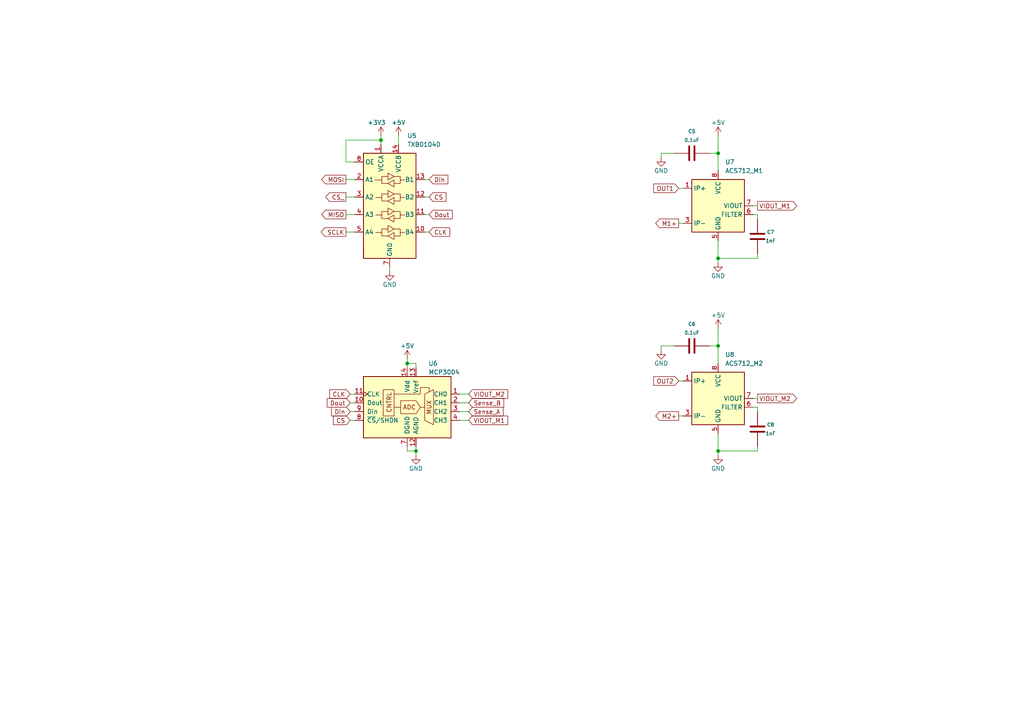
<source format=kicad_sch>
(kicad_sch (version 20211123) (generator eeschema)
  (paper "A4")
  (lib_symbols
    (symbol "Analog_ADC:MCP3004" (pin_names (offset 1.016))
      (property "Reference" "U" (at -11.43 8.89 0))
      (property "Value" "MCP3004" (at 10.16 8.89 0))
      (symbol "MCP3004_0_0"
        (text "ADC" (at -0.635 -1.27 0) (effects (font (size 1.27 1.27))))
        (text "CNTRL" (at 5.969 -2.921 900) (effects (font (size 1.27 1.27)) (justify left bottom)))
        (text "MUX" (at -6.35 -1.27 900) (effects (font (size 1.27 1.27))))
      )
      (symbol "MCP3004_0_1"
        (polyline (pts (xy -5.08 -1.27) (xy -3.81 -1.27)))
        (polyline (pts (xy 1.905 -1.27) (xy 3.81 -1.27)))
        (polyline (pts (xy -7.62 3.81) (xy -7.62 -6.35) (xy -5.08 -5.08) (xy -5.08 2.54) (xy -7.62 3.81)))
        (polyline (pts (xy 3.81 2.54) (xy -3.81 2.54) (xy -3.81 4.445) (xy -6.35 4.445) (xy -6.35 3.175)))
        (polyline (pts (xy -3.81 -1.27) (xy -2.54 0.635) (xy 1.905 0.635) (xy 1.905 -3.175) (xy -2.54 -3.175) (xy -3.81 -1.27)))
        (rectangle (start 3.81 -3.81) (end 6.985 3.81))
        (rectangle (start 12.7 7.62) (end -12.7 -10.16) (stroke (width 0.254)) (fill (type background)))
      )
      (symbol "MCP3004_1_1"
        (pin input line (at -15.24 2.54 0) (length 2.54) (name "CH0") (number "1"))
        (pin output line (at 15.24 0 180) (length 2.54) (name "Dout") (number "10"))
        (pin input clock (at 15.24 2.54 180) (length 2.54) (name "CLK") (number "11"))
        (pin power_in line (at -2.54 -12.7 90) (length 2.54) (name "AGND") (number "12"))
        (pin power_in line (at -2.54 10.16 270) (length 2.54) (name "Vref") (number "13"))
        (pin power_in line (at 0 10.16 270) (length 2.54) (name "Vdd") (number "14"))
        (pin input line (at -15.24 0 0) (length 2.54) (name "CH1") (number "2"))
        (pin input line (at -15.24 -2.54 0) (length 2.54) (name "CH2") (number "3"))
        (pin input line (at -15.24 -5.08 0) (length 2.54) (name "CH3") (number "4"))
        (pin no_connect line (at -15.24 5.08 0) (length 2.54) hide (name "NC") (number "5"))
        (pin no_connect line (at -15.24 -7.62 0) (length 2.54) hide (name "NC") (number "6"))
        (pin power_in line (at 0 -12.7 90) (length 2.54) (name "DGND") (number "7"))
        (pin input line (at 15.24 -5.08 180) (length 2.54) (name "~{CS}/SHDN") (number "8"))
        (pin input line (at 15.24 -2.54 180) (length 2.54) (name "Din") (number "9"))
      )
    )
    (symbol "Logic_LevelTranslator:TXB0104D"
      (property "Reference" "U" (at -6.35 16.51 0))
      (property "Value" "TXB0104D" (at 3.81 16.51 0))
      (symbol "TXB0104D_0_1"
        (rectangle (start -7.62 -15.24) (end -7.62 -12.7) (stroke (width 0.254)))
        (rectangle (start -7.62 15.24) (end 7.62 -15.24) (stroke (width 0.254)) (fill (type background)))
        (polyline (pts (xy -2.286 -7.747) (xy -2.286 -6.731) (xy -0.508 -6.731)))
        (polyline (pts (xy -2.286 -2.667) (xy -2.286 -1.651) (xy -0.508 -1.651)))
        (polyline (pts (xy -2.286 2.413) (xy -2.286 3.429) (xy -0.508 3.429)))
        (polyline (pts (xy -2.286 7.493) (xy -2.286 8.509) (xy -0.508 8.509)))
        (polyline (pts (xy 3.048 -7.747) (xy 3.048 -8.763) (xy 1.27 -8.763)))
        (polyline (pts (xy 3.048 -2.667) (xy 3.048 -3.683) (xy 1.27 -3.683)))
        (polyline (pts (xy 3.048 2.413) (xy 3.048 1.397) (xy 1.27 1.397)))
        (polyline (pts (xy 3.048 7.493) (xy 3.048 6.477) (xy 1.27 6.477)))
        (polyline (pts (xy -0.508 -8.763) (xy -2.286 -8.763) (xy -2.286 -7.747) (xy -4.064 -7.747)))
        (polyline (pts (xy -0.508 -8.763) (xy 1.27 -7.747) (xy 1.27 -9.779) (xy -0.508 -8.763)))
        (polyline (pts (xy -0.508 -3.683) (xy -2.286 -3.683) (xy -2.286 -2.667) (xy -4.064 -2.667)))
        (polyline (pts (xy -0.508 -3.683) (xy 1.27 -2.667) (xy 1.27 -4.699) (xy -0.508 -3.683)))
        (polyline (pts (xy -0.508 1.397) (xy -2.286 1.397) (xy -2.286 2.413) (xy -4.064 2.413)))
        (polyline (pts (xy -0.508 1.397) (xy 1.27 2.413) (xy 1.27 0.381) (xy -0.508 1.397)))
        (polyline (pts (xy -0.508 6.477) (xy -2.286 6.477) (xy -2.286 7.493) (xy -4.318 7.493)))
        (polyline (pts (xy -0.508 6.477) (xy 1.27 7.493) (xy 1.27 5.461) (xy -0.508 6.477)))
        (polyline (pts (xy 1.27 -6.731) (xy -0.508 -7.747) (xy -0.508 -5.715) (xy 1.27 -6.731)))
        (polyline (pts (xy 1.27 -6.731) (xy 3.048 -6.731) (xy 3.048 -7.747) (xy 4.318 -7.747)))
        (polyline (pts (xy 1.27 -1.651) (xy -0.508 -2.667) (xy -0.508 -0.635) (xy 1.27 -1.651)))
        (polyline (pts (xy 1.27 -1.651) (xy 3.048 -1.651) (xy 3.048 -2.667) (xy 4.318 -2.667)))
        (polyline (pts (xy 1.27 3.429) (xy -0.508 2.413) (xy -0.508 4.445) (xy 1.27 3.429)))
        (polyline (pts (xy 1.27 3.429) (xy 3.048 3.429) (xy 3.048 2.413) (xy 4.318 2.413)))
        (polyline (pts (xy 1.27 8.509) (xy -0.508 7.493) (xy -0.508 9.525) (xy 1.27 8.509)))
        (polyline (pts (xy 1.27 8.509) (xy 3.048 8.509) (xy 3.048 7.493) (xy 4.318 7.493)))
      )
      (symbol "TXB0104D_1_1"
        (pin power_in line (at -2.54 17.78 270) (length 2.54) (name "VCCA") (number "1"))
        (pin bidirectional line (at 10.16 -7.62 180) (length 2.54) (name "B4") (number "10"))
        (pin bidirectional line (at 10.16 -2.54 180) (length 2.54) (name "B3") (number "11"))
        (pin bidirectional line (at 10.16 2.54 180) (length 2.54) (name "B2") (number "12"))
        (pin bidirectional line (at 10.16 7.62 180) (length 2.54) (name "B1") (number "13"))
        (pin power_in line (at 2.54 17.78 270) (length 2.54) (name "VCCB") (number "14"))
        (pin bidirectional line (at -10.16 7.62 0) (length 2.54) (name "A1") (number "2"))
        (pin bidirectional line (at -10.16 2.54 0) (length 2.54) (name "A2") (number "3"))
        (pin bidirectional line (at -10.16 -2.54 0) (length 2.54) (name "A3") (number "4"))
        (pin bidirectional line (at -10.16 -7.62 0) (length 2.54) (name "A4") (number "5"))
        (pin no_connect line (at -10.16 -12.7 0) (length 2.54) hide (name "NC") (number "6"))
        (pin power_in line (at 0 -17.78 90) (length 2.54) (name "GND") (number "7"))
        (pin input line (at -10.16 12.7 0) (length 2.54) (name "OE") (number "8"))
        (pin no_connect line (at 10.16 -12.7 180) (length 2.54) hide (name "NC") (number "9"))
      )
    )
    (symbol "Sensor_Current:ACS712xLCTR-05B"
      (property "Reference" "U" (at 2.54 11.43 0))
      (property "Value" "ACS712xLCTR-05B" (at 2.54 8.89 0))
      (symbol "ACS712xLCTR-05B_0_1"
        (rectangle (start -7.62 7.62) (end 7.62 -7.62) (stroke (width 0.254)) (fill (type background)))
      )
      (symbol "ACS712xLCTR-05B_1_1"
        (pin passive line (at -10.16 5.08 0) (length 2.54) (name "IP+") (number "1"))
        (pin passive line (at -10.16 5.08 0) (length 2.54) hide (name "IP+") (number "2"))
        (pin passive line (at -10.16 -5.08 0) (length 2.54) (name "IP-") (number "3"))
        (pin passive line (at -10.16 -5.08 0) (length 2.54) hide (name "IP-") (number "4"))
        (pin power_in line (at 0 -10.16 90) (length 2.54) (name "GND") (number "5"))
        (pin passive line (at 10.16 -2.54 180) (length 2.54) (name "FILTER") (number "6"))
        (pin output line (at 10.16 0 180) (length 2.54) (name "VIOUT") (number "7"))
        (pin power_in line (at 0 10.16 270) (length 2.54) (name "VCC") (number "8"))
      )
    )
    (symbol "cyclophone:C" (pin_numbers hide) (pin_names (offset 0.254))
      (property "Reference" "C" (at 0 2.54 0))
      (property "Value" "C" (at 0.1524 -2.159 0))
      (symbol "C_0_1"
        (polyline (pts (xy -2.032 -0.762) (xy 2.032 -0.762)) (stroke (width 0.508)))
        (polyline (pts (xy -2.032 0.762) (xy 2.032 0.762)) (stroke (width 0.508)))
      )
      (symbol "C_1_1"
        (pin passive line (at 0 5.08 270) (length 4.318) (name "~") (number "1"))
        (pin passive line (at 0 -5.08 90) (length 4.318) (name "~") (number "2"))
      )
    )
    (symbol "power:+3.3V" (power) (pin_names (offset 0))
      (property "Value" "+3.3V" (at 0 3.556 0))
      (symbol "+3.3V_0_1"
        (polyline (pts (xy -0.762 1.27) (xy 0 2.54)))
        (polyline (pts (xy 0 0) (xy 0 2.54)))
        (polyline (pts (xy 0 2.54) (xy 0.762 1.27)))
      )
      (symbol "+3.3V_1_1"
        (pin power_in line (at 0 0 90) (length 0) hide (name "+3V3") (number "1"))
      )
    )
    (symbol "power:+5V" (power) (pin_names (offset 0))
      (property "Value" "+5V" (at 0 3.556 0))
      (symbol "+5V_0_1"
        (polyline (pts (xy -0.762 1.27) (xy 0 2.54)))
        (polyline (pts (xy 0 0) (xy 0 2.54)))
        (polyline (pts (xy 0 2.54) (xy 0.762 1.27)))
      )
      (symbol "+5V_1_1"
        (pin power_in line (at 0 0 90) (length 0) hide (name "+5V") (number "1"))
      )
    )
    (symbol "power:GND" (power) (pin_names (offset 0))
      (property "Value" "GND" (at 0 -3.81 0))
      (symbol "GND_0_1"
        (polyline (pts (xy 0 0) (xy 0 -1.27) (xy 1.27 -1.27) (xy 0 -2.54) (xy -1.27 -1.27) (xy 0 -1.27)))
      )
      (symbol "GND_1_1"
        (pin power_in line (at 0 0 270) (length 0) hide (name "GND") (number "1"))
      )
    )
  )
  (junction (at 208.28 100.33))
  (junction (at 208.28 130.81))
  (junction (at 208.28 44.45))
  (junction (at 120.65 130.81))
  (junction (at 118.11 105.41))
  (junction (at 110.49 40.64))
  (junction (at 208.28 74.93))
  (wire (pts (xy 191.77 101.6) (xy 191.77 100.33)))
  (wire (pts (xy 100.33 67.31) (xy 102.87 67.31)))
  (wire (pts (xy 191.77 45.72) (xy 191.77 44.45)))
  (wire (pts (xy 118.11 104.14) (xy 118.11 105.41)))
  (wire (pts (xy 208.28 130.81) (xy 208.28 132.08)))
  (wire (pts (xy 196.85 110.49) (xy 198.12 110.49)))
  (wire (pts (xy 219.71 118.11) (xy 218.44 118.11)))
  (wire (pts (xy 118.11 105.41) (xy 118.11 106.68)))
  (wire (pts (xy 196.85 64.77) (xy 198.12 64.77)))
  (wire (pts (xy 196.85 54.61) (xy 198.12 54.61)))
  (wire (pts (xy 124.46 62.23) (xy 123.19 62.23)))
  (wire (pts (xy 110.49 39.37) (xy 110.49 40.64)))
  (wire (pts (xy 191.77 100.33) (xy 195.58 100.33)))
  (wire (pts (xy 208.28 100.33) (xy 208.28 105.41)))
  (wire (pts (xy 124.46 67.31) (xy 123.19 67.31)))
  (wire (pts (xy 219.71 62.23) (xy 218.44 62.23)))
  (wire (pts (xy 135.89 119.38) (xy 133.35 119.38)))
  (wire (pts (xy 115.57 39.37) (xy 115.57 41.91)))
  (wire (pts (xy 113.03 77.47) (xy 113.03 78.74)))
  (wire (pts (xy 219.71 63.5) (xy 219.71 62.23)))
  (wire (pts (xy 205.74 100.33) (xy 208.28 100.33)))
  (wire (pts (xy 196.85 120.65) (xy 198.12 120.65)))
  (wire (pts (xy 135.89 121.92) (xy 133.35 121.92)))
  (wire (pts (xy 208.28 39.37) (xy 208.28 44.45)))
  (wire (pts (xy 218.44 115.57) (xy 219.71 115.57)))
  (wire (pts (xy 208.28 44.45) (xy 208.28 49.53)))
  (wire (pts (xy 124.46 57.15) (xy 123.19 57.15)))
  (wire (pts (xy 219.71 130.81) (xy 208.28 130.81)))
  (wire (pts (xy 100.33 52.07) (xy 102.87 52.07)))
  (wire (pts (xy 219.71 73.66) (xy 219.71 74.93)))
  (wire (pts (xy 208.28 69.85) (xy 208.28 74.93)))
  (wire (pts (xy 120.65 129.54) (xy 120.65 130.81)))
  (wire (pts (xy 102.87 114.3) (xy 101.6 114.3)))
  (wire (pts (xy 208.28 95.25) (xy 208.28 100.33)))
  (wire (pts (xy 118.11 129.54) (xy 118.11 130.81)))
  (wire (pts (xy 100.33 46.99) (xy 100.33 40.64)))
  (wire (pts (xy 219.71 119.38) (xy 219.71 118.11)))
  (wire (pts (xy 191.77 44.45) (xy 195.58 44.45)))
  (wire (pts (xy 135.89 116.84) (xy 133.35 116.84)))
  (wire (pts (xy 110.49 40.64) (xy 110.49 41.91)))
  (wire (pts (xy 219.71 129.54) (xy 219.71 130.81)))
  (wire (pts (xy 102.87 46.99) (xy 100.33 46.99)))
  (wire (pts (xy 205.74 44.45) (xy 208.28 44.45)))
  (wire (pts (xy 120.65 130.81) (xy 120.65 132.08)))
  (wire (pts (xy 100.33 62.23) (xy 102.87 62.23)))
  (wire (pts (xy 118.11 130.81) (xy 120.65 130.81)))
  (wire (pts (xy 135.89 114.3) (xy 133.35 114.3)))
  (wire (pts (xy 124.46 52.07) (xy 123.19 52.07)))
  (wire (pts (xy 120.65 106.68) (xy 120.65 105.41)))
  (wire (pts (xy 100.33 40.64) (xy 110.49 40.64)))
  (wire (pts (xy 218.44 59.69) (xy 219.71 59.69)))
  (wire (pts (xy 219.71 74.93) (xy 208.28 74.93)))
  (wire (pts (xy 102.87 121.92) (xy 101.6 121.92)))
  (wire (pts (xy 208.28 125.73) (xy 208.28 130.81)))
  (wire (pts (xy 102.87 119.38) (xy 101.6 119.38)))
  (wire (pts (xy 208.28 74.93) (xy 208.28 76.2)))
  (wire (pts (xy 102.87 116.84) (xy 101.6 116.84)))
  (wire (pts (xy 100.33 57.15) (xy 102.87 57.15)))
  (wire (pts (xy 120.65 105.41) (xy 118.11 105.41)))
  (global_label "M2+" (shape output) (at 196.85 120.65 180) (property "Intersheet References" "${INTERSHEET_REFS}" (effects hide)))
  (global_label "Dout" (shape input) (at 124.46 62.23 0) (property "Intersheet References" "${INTERSHEET_REFS}" (effects hide)))
  (global_label "CLK" (shape input) (at 101.6 114.3 180) (property "Intersheet References" "${INTERSHEET_REFS}" (effects hide)))
  (global_label "CLK" (shape input) (at 124.46 67.31 0) (property "Intersheet References" "${INTERSHEET_REFS}" (effects hide)))
  (global_label "Dout" (shape input) (at 101.6 116.84 180) (property "Intersheet References" "${INTERSHEET_REFS}" (effects hide)))
  (global_label "Sense_A" (shape input) (at 135.89 119.38 0) (property "Intersheet References" "${INTERSHEET_REFS}" (effects hide)))
  (global_label "OUT1" (shape input) (at 196.85 54.61 180) (property "Intersheet References" "${INTERSHEET_REFS}" (effects hide)))
  (global_label "CS" (shape input) (at 101.6 121.92 180) (property "Intersheet References" "${INTERSHEET_REFS}" (effects hide)))
  (global_label "SCLK" (shape output) (at 100.33 67.31 180) (property "Intersheet References" "${INTERSHEET_REFS}" (effects hide)))
  (global_label "VIOUT_M2" (shape output) (at 219.71 115.57 0) (property "Intersheet References" "${INTERSHEET_REFS}" (effects hide)))
  (global_label "OUT2" (shape input) (at 196.85 110.49 180) (property "Intersheet References" "${INTERSHEET_REFS}" (effects hide)))
  (global_label "Sense_B" (shape input) (at 135.89 116.84 0) (property "Intersheet References" "${INTERSHEET_REFS}" (effects hide)))
  (global_label "Din" (shape input) (at 101.6 119.38 180) (property "Intersheet References" "${INTERSHEET_REFS}" (effects hide)))
  (global_label "VIOUT_M2" (shape input) (at 135.89 114.3 0) (property "Intersheet References" "${INTERSHEET_REFS}" (effects hide)))
  (global_label "VIOUT_M1" (shape output) (at 219.71 59.69 0) (property "Intersheet References" "${INTERSHEET_REFS}" (effects hide)))
  (global_label "VIOUT_M1" (shape input) (at 135.89 121.92 0) (property "Intersheet References" "${INTERSHEET_REFS}" (effects hide)))
  (global_label "M1+" (shape output) (at 196.85 64.77 180) (property "Intersheet References" "${INTERSHEET_REFS}" (effects hide)))
  (global_label "MISO" (shape output) (at 100.33 62.23 180) (property "Intersheet References" "${INTERSHEET_REFS}" (effects hide)))
  (global_label "Din" (shape input) (at 124.46 52.07 0) (property "Intersheet References" "${INTERSHEET_REFS}" (effects hide)))
  (global_label "MOSI" (shape output) (at 100.33 52.07 180) (property "Intersheet References" "${INTERSHEET_REFS}" (effects hide)))
  (global_label "CS" (shape input) (at 124.46 57.15 0) (property "Intersheet References" "${INTERSHEET_REFS}" (effects hide)))
  (global_label "CS_" (shape output) (at 100.33 57.15 180) (property "Intersheet References" "${INTERSHEET_REFS}" (effects hide)))
  (symbol (lib_id "power:GND") (at 208.28 76.2 0) (unit 1)
    (property "Reference" "#PWR035" (effects hide))
    (property "Value" "GND" (at 208.28 80.01 0))
  )
  (symbol (lib_id "power:+5V") (at 118.11 104.14 0) (mirror y) (unit 1)
    (property "Reference" "#PWR030" (effects hide))
    (property "Value" "+5V" (at 118.11 100.33 0))
  )
  (symbol (lib_id "power:GND") (at 113.03 78.74 0) (unit 1)
    (property "Reference" "#PWR028" (effects hide))
    (property "Value" "GND" (at 113.03 82.55 0))
  )
  (symbol (lib_id "power:+3.3V") (at 110.49 39.37 0) (unit 1)
    (property "Reference" "#PWR027" (effects hide))
    (property "Value" "+3.3V" (at 109.22 35.56 0))
  )
  (symbol (lib_id "power:GND") (at 120.65 132.08 0) (mirror y) (unit 1)
    (property "Reference" "#PWR031" (effects hide))
    (property "Value" "GND" (at 120.65 135.89 0))
  )
  (symbol (lib_id "Logic_LevelTranslator:TXB0104D") (at 113.03 59.69 0) (unit 1)
    (property "Reference" "U5" (at 118.11 39.37 0) (effects (justify left)))
    (property "Value" "TXB0104D" (at 118.11 41.91 0) (effects (justify left)))
    (property "Footprint" "TXB0104_TSOP14_footprint:SOP65P640X120-14N" (effects hide))
    (property "Datasheet" "http://www.ti.com/lit/ds/symlink/txb0104.pdf" (effects hide))
  )
  (symbol (lib_id "Sensor_Current:ACS712xLCTR-05B") (at 208.28 59.69 0) (unit 1)
    (property "Reference" "U7" (at 210.2994 46.99 0) (effects (justify left)))
    (property "Value" "ACS712_M1" (at 210.2994 49.53 0) (effects (justify left)))
    (property "Footprint" "Package_SO:SOIC-8_3.9x4.9mm_P1.27mm" (effects hide))
    (property "Datasheet" "http://www.allegromicro.com/~/media/Files/Datasheets/ACS712-Datasheet.ashx?la=en" (effects hide))
  )
  (symbol (lib_id "cyclophone:C") (at 200.66 44.45 270) (unit 1)
    (property "Reference" "C5" (at 200.66 38.1 90) (effects (font (size 1.016 1.016))))
    (property "Value" "0.1uF" (at 200.66 40.64 90) (effects (font (size 1.016 1.016))))
    (property "Footprint" "Capacitor_SMD:C_0805_2012Metric" (effects hide))
  )
  (symbol (lib_id "power:GND") (at 208.28 132.08 0) (unit 1)
    (property "Reference" "#PWR037" (effects hide))
    (property "Value" "GND" (at 208.28 135.89 0))
  )
  (symbol (lib_id "cyclophone:C") (at 219.71 124.46 0) (unit 1)
    (property "Reference" "C8" (at 223.52 123.19 0) (effects (font (size 1.016 1.016))))
    (property "Value" "1nF" (at 223.52 125.73 0) (effects (font (size 1.016 1.016))))
    (property "Footprint" "Capacitor_SMD:C_0805_2012Metric" (effects hide))
  )
  (symbol (lib_id "Sensor_Current:ACS712xLCTR-05B") (at 208.28 115.57 0) (unit 1)
    (property "Reference" "U8" (at 210.2994 102.87 0) (effects (justify left)))
    (property "Value" "ACS712_M2" (at 210.2994 105.41 0) (effects (justify left)))
    (property "Footprint" "Package_SO:SOIC-8_3.9x4.9mm_P1.27mm" (effects hide))
    (property "Datasheet" "http://www.allegromicro.com/~/media/Files/Datasheets/ACS712-Datasheet.ashx?la=en" (effects hide))
  )
  (symbol (lib_id "power:GND") (at 191.77 101.6 0) (unit 1)
    (property "Reference" "#PWR033" (effects hide))
    (property "Value" "GND" (at 191.77 105.41 0))
  )
  (symbol (lib_id "power:+5V") (at 208.28 39.37 0) (unit 1)
    (property "Reference" "#PWR034" (effects hide))
    (property "Value" "+5V" (at 208.28 35.56 0))
  )
  (symbol (lib_id "power:+5V") (at 115.57 39.37 0) (unit 1)
    (property "Reference" "#PWR029" (effects hide))
    (property "Value" "+5V" (at 115.57 35.56 0))
  )
  (symbol (lib_id "cyclophone:C") (at 219.71 68.58 0) (unit 1)
    (property "Reference" "C7" (at 223.52 67.31 0) (effects (font (size 1.016 1.016))))
    (property "Value" "1nF" (at 223.52 69.85 0) (effects (font (size 1.016 1.016))))
    (property "Footprint" "Capacitor_SMD:C_0805_2012Metric" (effects hide))
  )
  (symbol (lib_id "cyclophone:C") (at 200.66 100.33 270) (unit 1)
    (property "Reference" "C6" (at 200.66 93.98 90) (effects (font (size 1.016 1.016))))
    (property "Value" "0.1uF" (at 200.66 96.52 90) (effects (font (size 1.016 1.016))))
    (property "Footprint" "Capacitor_SMD:C_0805_2012Metric" (effects hide))
  )
  (symbol (lib_id "Analog_ADC:MCP3004") (at 118.11 116.84 0) (mirror y) (unit 1)
    (property "Reference" "U6" (at 127 105.41 0) (effects (justify left)))
    (property "Value" "MCP3004" (at 133.35 107.95 0) (effects (justify left)))
    (property "Footprint" "MCP3004_footprint:SOIC127P600X175-14N" (effects hide))
    (property "Datasheet" "http://ww1.microchip.com/downloads/en/DeviceDoc/21295C.pdf" (effects hide))
  )
  (symbol (lib_id "power:+5V") (at 208.28 95.25 0) (unit 1)
    (property "Reference" "#PWR036" (effects hide))
    (property "Value" "+5V" (at 208.28 91.44 0))
  )
  (symbol (lib_id "power:GND") (at 191.77 45.72 0) (unit 1)
    (property "Reference" "#PWR032" (effects hide))
    (property "Value" "GND" (at 191.77 49.53 0))
  )
)
</source>
